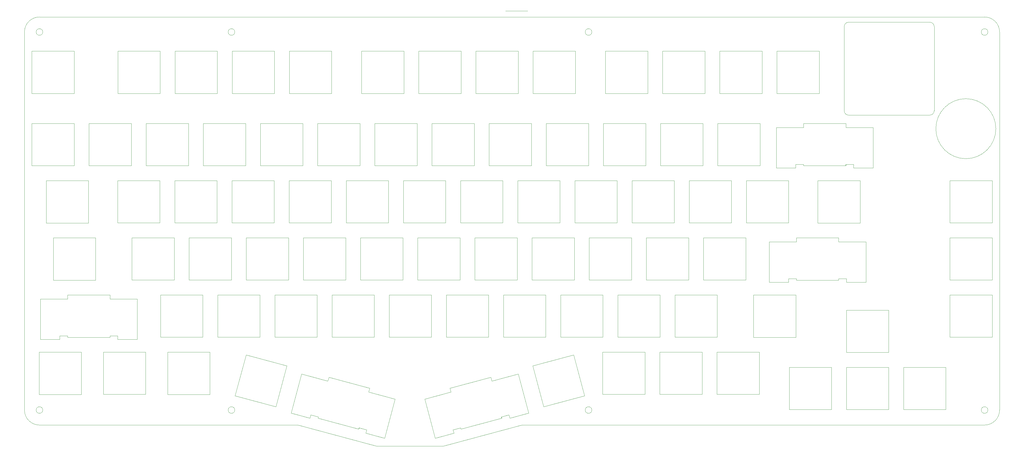
<source format=gbr>
%TF.GenerationSoftware,KiCad,Pcbnew,(6.0.1)*%
%TF.CreationDate,2022-02-07T12:24:36+01:00*%
%TF.ProjectId,top,746f702e-6b69-4636-9164-5f7063625858,rev?*%
%TF.SameCoordinates,Original*%
%TF.FileFunction,Profile,NP*%
%FSLAX46Y46*%
G04 Gerber Fmt 4.6, Leading zero omitted, Abs format (unit mm)*
G04 Created by KiCad (PCBNEW (6.0.1)) date 2022-02-07 12:24:36*
%MOMM*%
%LPD*%
G01*
G04 APERTURE LIST*
%TA.AperFunction,Profile*%
%ADD10C,0.050000*%
%TD*%
G04 APERTURE END LIST*
D10*
X376890000Y-76232000D02*
X61890000Y-76232000D01*
X56890000Y-207232000D02*
G75*
G03*
X61890000Y-212232000I5000000J0D01*
G01*
X376890000Y-212232000D02*
G75*
G03*
X381890000Y-207232000I0J5000000D01*
G01*
X381890000Y-81232000D02*
G75*
G03*
X376890000Y-76232000I-5000000J0D01*
G01*
X381890000Y-207232000D02*
X381890000Y-81232000D01*
X140210000Y-101708999D02*
X126110000Y-101708999D01*
X331600000Y-77952000D02*
X358600000Y-77952000D01*
X106985000Y-144858999D02*
X106985000Y-130758999D01*
X330860749Y-164636399D02*
X337338749Y-164636399D01*
X226409999Y-101708999D02*
X226409999Y-87608999D01*
X182997500Y-149809000D02*
X182997500Y-163909000D01*
X218668967Y-209919447D02*
X224926234Y-208242817D01*
X97459999Y-111708999D02*
X111559999Y-111708999D01*
X176902032Y-216592319D02*
X180385288Y-203588767D01*
X121085000Y-130758999D02*
X121085000Y-144858999D01*
X330100000Y-107452000D02*
X330100000Y-79452000D01*
X158349485Y-196270725D02*
X157994903Y-197594044D01*
X240147500Y-149809000D02*
X240147500Y-163909000D01*
X126990000Y-81232000D02*
G75*
G03*
X126990000Y-81232000I-1100000J0D01*
G01*
X73460000Y-87608999D02*
X73460000Y-101708999D01*
X61750000Y-187919000D02*
X75850000Y-187919000D01*
X333241999Y-126536399D02*
X333241999Y-125367999D01*
X325872500Y-192958999D02*
X325872500Y-207058999D01*
X307460999Y-113074399D02*
X316539999Y-113078999D01*
X159185000Y-130758999D02*
X159185000Y-144858999D01*
X118712499Y-187919000D02*
X118712499Y-202019000D01*
X164135000Y-130758999D02*
X178235000Y-130758999D01*
X66510000Y-163918999D02*
X66510000Y-149818999D01*
X216335000Y-144858999D02*
X202235000Y-144858999D01*
X328257499Y-163918999D02*
X314157499Y-163918999D01*
X297484999Y-130758999D02*
X311584999Y-130758999D01*
X230810000Y-125808999D02*
X230810000Y-111708999D01*
X154422500Y-182959000D02*
X140322500Y-182959000D01*
X307659999Y-101708999D02*
X307659999Y-87608999D01*
X149660000Y-111708999D02*
X149660000Y-125808999D01*
X268909999Y-125808999D02*
X268909999Y-111708999D01*
X380650000Y-113462000D02*
G75*
G03*
X380650000Y-113462000I-10000000J0D01*
G01*
X235385000Y-144858999D02*
X221285000Y-144858999D01*
X206810000Y-111708999D02*
X206810000Y-125808999D01*
X104612499Y-202019000D02*
X104612499Y-187919000D01*
X365319999Y-149809000D02*
X379419999Y-149809000D01*
X62990000Y-207232000D02*
G75*
G03*
X62990000Y-207232000I-1100000J0D01*
G01*
X268722499Y-168859000D02*
X268722499Y-182959000D01*
X78230000Y-144868999D02*
X64130000Y-144868999D01*
X216522500Y-168859000D02*
X230622500Y-168859000D01*
X292534999Y-144858999D02*
X278434999Y-144858999D01*
X83172500Y-187909000D02*
X97272500Y-187909000D01*
X80610000Y-163918999D02*
X66510000Y-163918999D01*
X254622499Y-168859000D02*
X268722499Y-168859000D01*
X249860000Y-111708999D02*
X263960000Y-111708999D01*
X192710000Y-125808999D02*
X192710000Y-111708999D01*
X259384999Y-144858999D02*
X259384999Y-130758999D01*
X102035000Y-144858999D02*
X87935000Y-144858999D01*
X358600000Y-108952000D02*
G75*
G03*
X360100000Y-107452000I-1J1500001D01*
G01*
X240335000Y-144858999D02*
X240335000Y-130758999D01*
X335404999Y-144868999D02*
X321304999Y-144868999D01*
X229944309Y-206145168D02*
X226294961Y-192525614D01*
X379419999Y-182959000D02*
X365319999Y-182959000D01*
X333241999Y-126536399D02*
X339719999Y-126536399D01*
X111559999Y-125808999D02*
X97459999Y-125808999D01*
X159372500Y-168859000D02*
X173472500Y-168859000D01*
X263672499Y-202009000D02*
X249572499Y-202009000D01*
X311584999Y-144858999D02*
X297484999Y-144858999D01*
X174178012Y-219232000D02*
X196489483Y-219232000D01*
X311556749Y-164636399D02*
X305078749Y-164636399D01*
X226409999Y-87608999D02*
X240509999Y-87608999D01*
X337338749Y-164636399D02*
X337337749Y-151174399D01*
X314157499Y-149818999D02*
X314157499Y-151174399D01*
X154610000Y-111708999D02*
X168710000Y-111708999D01*
X158349485Y-196270725D02*
X171969039Y-199920074D01*
X307459999Y-126536399D02*
X307460999Y-113074399D01*
X287772499Y-168859000D02*
X287772499Y-182959000D01*
X88010000Y-101708999D02*
X88010000Y-87608999D01*
X216522500Y-182959000D02*
X216522500Y-168859000D01*
X344922500Y-192958999D02*
X344922500Y-207058999D01*
X97272500Y-187909000D02*
X97272500Y-202009000D01*
X299872499Y-182969000D02*
X299872499Y-168869000D01*
X163947500Y-163909000D02*
X149847500Y-163909000D01*
X221460000Y-101708999D02*
X207360000Y-101708999D01*
X273672499Y-168859000D02*
X287772499Y-168859000D01*
X269559999Y-101708999D02*
X269559999Y-87608999D01*
X62192250Y-170224399D02*
X71270000Y-170224399D01*
X376890000Y-212232000D02*
X236799400Y-212232000D01*
X268622500Y-187909000D02*
X282722500Y-187909000D01*
X126110000Y-101708999D02*
X126110000Y-87608999D01*
X173472500Y-182959000D02*
X159372500Y-182959000D01*
X328257499Y-163467999D02*
X330860749Y-163467999D01*
X360100000Y-79452000D02*
G75*
G03*
X358600000Y-77952000I-1500001J-1D01*
G01*
X149847500Y-163909000D02*
X149847500Y-149809000D01*
X217200000Y-74222000D02*
X224566000Y-74222000D01*
X288609999Y-101708999D02*
X288609999Y-87608999D01*
X197472500Y-168859000D02*
X211572500Y-168859000D01*
X311584999Y-130758999D02*
X311584999Y-144858999D01*
X126990000Y-207232000D02*
G75*
G03*
X126990000Y-207232000I-1100000J0D01*
G01*
X250509999Y-87608999D02*
X264609999Y-87608999D01*
X102110000Y-101708999D02*
X88010000Y-101708999D01*
X140322500Y-182959000D02*
X140322500Y-168859000D01*
X330639999Y-125808999D02*
X316539999Y-125808999D01*
X328257499Y-149818999D02*
X328257499Y-151174399D01*
X379419999Y-149809000D02*
X379419999Y-163909000D01*
X263960000Y-111708999D02*
X263960000Y-125808999D01*
X254435000Y-130758999D02*
X254435000Y-144858999D01*
X145160000Y-87608999D02*
X159260000Y-87608999D01*
X311772500Y-192958999D02*
X325872500Y-192958999D01*
X230622500Y-168859000D02*
X230622500Y-182959000D01*
X235385000Y-130758999D02*
X235385000Y-144858999D01*
X159372500Y-182959000D02*
X159372500Y-168859000D01*
X330860749Y-164636399D02*
X330860749Y-163467999D01*
X116510000Y-125808999D02*
X116510000Y-111708999D01*
X73460000Y-111708999D02*
X73460000Y-125808999D01*
X225860000Y-111708999D02*
X225860000Y-125808999D01*
X316539999Y-111708999D02*
X316539999Y-113078999D01*
X87973250Y-183686399D02*
X87973250Y-182517999D01*
X216335000Y-130758999D02*
X216335000Y-144858999D01*
X263672499Y-187909000D02*
X263672499Y-202009000D01*
X145160000Y-101708999D02*
X145160000Y-87608999D01*
X301772500Y-187909000D02*
X301772500Y-202009000D01*
X169260000Y-87608999D02*
X183360000Y-87608999D01*
X314157499Y-149818999D02*
X328257499Y-149818999D01*
X126035000Y-130758999D02*
X140135000Y-130758999D01*
X140713531Y-206142580D02*
X127093977Y-202493231D01*
X68669250Y-182517999D02*
X68669250Y-183686399D01*
X106797500Y-163909000D02*
X92697500Y-163909000D01*
X221285000Y-144858999D02*
X221285000Y-130758999D01*
X202235000Y-144858999D02*
X202235000Y-130758999D01*
X331600000Y-77952000D02*
G75*
G03*
X330100000Y-79452000I1J-1500001D01*
G01*
X221097500Y-149809000D02*
X221097500Y-163909000D01*
X273672499Y-182959000D02*
X273672499Y-168859000D01*
X283009999Y-111708999D02*
X283009999Y-125808999D01*
X225860000Y-125808999D02*
X211760000Y-125808999D01*
X145085000Y-144858999D02*
X145085000Y-130758999D01*
X78409999Y-111708999D02*
X92509999Y-111708999D01*
X344922499Y-173908999D02*
X344922499Y-188008999D01*
X278247499Y-149809000D02*
X278247499Y-163909000D01*
X97459999Y-125808999D02*
X97459999Y-111708999D01*
X212318014Y-196270726D02*
X212672596Y-197594044D01*
X211760000Y-111708999D02*
X225860000Y-111708999D01*
X187760000Y-125808999D02*
X173660000Y-125808999D01*
X135560000Y-111708999D02*
X149660000Y-111708999D01*
X183360000Y-87608999D02*
X183360000Y-101708999D01*
X377990000Y-81232000D02*
G75*
G03*
X377990000Y-81232000I-1100000J0D01*
G01*
X292534999Y-130758999D02*
X292534999Y-144858999D01*
X325872500Y-207058999D02*
X311772500Y-207058999D01*
X125847500Y-149809000D02*
X125847500Y-163909000D01*
X311556749Y-163467999D02*
X311556749Y-164636399D01*
X107059999Y-87608999D02*
X121159999Y-87608999D01*
X199720330Y-213787102D02*
X200022734Y-214915690D01*
X187947500Y-163909000D02*
X187947500Y-149809000D01*
X66510000Y-149818999D02*
X80610000Y-149818999D01*
X85370000Y-182517999D02*
X85370000Y-182968999D01*
X249860000Y-125808999D02*
X249860000Y-111708999D01*
X200022734Y-214915690D02*
X193765467Y-216592320D01*
X273484999Y-130758999D02*
X273484999Y-144858999D01*
X121159999Y-101708999D02*
X107059999Y-101708999D01*
X170644765Y-214915690D02*
X176902032Y-216592319D01*
X197285000Y-144858999D02*
X183185000Y-144858999D01*
X102222500Y-182959000D02*
X102222500Y-168859000D01*
X78409999Y-125808999D02*
X78409999Y-111708999D01*
X379419999Y-130758999D02*
X379419999Y-144858999D01*
X154814017Y-209465272D02*
X152300937Y-208790859D01*
X170644765Y-214915690D02*
X170947169Y-213787102D01*
X283197499Y-149809000D02*
X297297499Y-149809000D01*
X330100000Y-107452000D02*
G75*
G03*
X331600000Y-108952000I1500001J1D01*
G01*
X305078749Y-164636399D02*
X305079749Y-151174399D01*
X330574999Y-125748999D02*
X330574999Y-125367999D01*
X363972499Y-207058999D02*
X349872499Y-207058999D01*
X211572500Y-182959000D02*
X197472500Y-182959000D01*
X102110000Y-87608999D02*
X102110000Y-101708999D01*
X197285000Y-130758999D02*
X197285000Y-144858999D01*
X130610000Y-111708999D02*
X130610000Y-125808999D01*
X196489483Y-219232000D02*
X222613839Y-212232000D01*
X56890000Y-81232000D02*
X56890000Y-207232000D01*
X299872499Y-168869000D02*
X313972499Y-168869000D01*
X87973250Y-183686399D02*
X94451250Y-183686399D01*
X240509999Y-87608999D02*
X240509999Y-101708999D01*
X311772500Y-207058999D02*
X311772500Y-192958999D01*
X71270000Y-168868999D02*
X85370000Y-168868999D01*
X314157499Y-163467999D02*
X311556749Y-163467999D01*
X102222500Y-168859000D02*
X116322500Y-168859000D01*
X125847500Y-163909000D02*
X111747500Y-163909000D01*
X71270000Y-168868999D02*
X71270000Y-170224399D01*
X235572500Y-168859000D02*
X249672500Y-168859000D01*
X263960000Y-125808999D02*
X249860000Y-125808999D01*
X230810000Y-111708999D02*
X244910000Y-111708999D01*
X335404999Y-130768999D02*
X335404999Y-144868999D01*
X173660000Y-125808999D02*
X173660000Y-111708999D01*
X149226453Y-195239782D02*
X157994903Y-197594044D01*
X215889048Y-209849148D02*
X215790438Y-209481130D01*
X80610000Y-149818999D02*
X80610000Y-163918999D01*
X168433571Y-213114621D02*
X168319690Y-213539628D01*
X316539999Y-125368999D02*
X313937999Y-125367999D01*
X130797500Y-149809000D02*
X144897500Y-149809000D01*
X135372500Y-168859000D02*
X135372500Y-182959000D01*
X259384999Y-130758999D02*
X273484999Y-130758999D01*
X145741265Y-208242817D02*
X149226453Y-195239782D01*
X197472500Y-182959000D02*
X197472500Y-168859000D01*
X169260000Y-101708999D02*
X169260000Y-87608999D01*
X116322500Y-182959000D02*
X102222500Y-182959000D01*
X287672500Y-202009000D02*
X287672500Y-187909000D01*
X365319999Y-163909000D02*
X365319999Y-149809000D01*
X301772500Y-202009000D02*
X287672500Y-202009000D01*
X244910000Y-125808999D02*
X230810000Y-125808999D01*
X116322500Y-168859000D02*
X116322500Y-182959000D01*
X164135000Y-144858999D02*
X164135000Y-130758999D01*
X287959999Y-125808999D02*
X287959999Y-111708999D01*
X61890000Y-212232000D02*
X148053656Y-212232000D01*
X249672500Y-182959000D02*
X235572500Y-182959000D01*
X288609999Y-87608999D02*
X302709999Y-87608999D01*
X94451250Y-183686399D02*
X94450250Y-170224399D01*
X140210000Y-87608999D02*
X140210000Y-101708999D01*
X159260000Y-101708999D02*
X145160000Y-101708999D01*
X92509999Y-111708999D02*
X92509999Y-125808999D01*
X192710000Y-111708999D02*
X206810000Y-111708999D01*
X226047500Y-163909000D02*
X226047500Y-149809000D01*
X360100000Y-79452000D02*
X360100000Y-107452000D01*
X273484999Y-144858999D02*
X259384999Y-144858999D01*
X240509999Y-101708999D02*
X226409999Y-101708999D01*
X154814017Y-209465272D02*
X154700136Y-209890279D01*
X379419999Y-144858999D02*
X365319999Y-144858999D01*
X297484999Y-144858999D02*
X297484999Y-130758999D01*
X64130000Y-144868999D02*
X64130000Y-130768999D01*
X106797500Y-149809000D02*
X106797500Y-163909000D01*
X268909999Y-111708999D02*
X283009999Y-111708999D01*
X218668967Y-209919447D02*
X218366562Y-208790859D01*
X365319999Y-144858999D02*
X365319999Y-130758999D01*
X240147500Y-163909000D02*
X226047500Y-163909000D01*
X83172500Y-202009000D02*
X83172500Y-187909000D01*
X226294961Y-192525614D02*
X239914515Y-188876265D01*
X163947500Y-149809000D02*
X163947500Y-163909000D01*
X202410000Y-87608999D02*
X202410000Y-101708999D01*
X144897500Y-149809000D02*
X144897500Y-163909000D01*
X168897500Y-149809000D02*
X182997500Y-149809000D01*
X87935000Y-144858999D02*
X87935000Y-130758999D01*
X118712499Y-202019000D02*
X104612499Y-202019000D01*
X62990000Y-81232000D02*
G75*
G03*
X62990000Y-81232000I-1100000J0D01*
G01*
X365319999Y-182959000D02*
X365319999Y-168859000D01*
X245990000Y-81232000D02*
G75*
G03*
X245990000Y-81232000I-1100000J0D01*
G01*
X68669250Y-183686399D02*
X62191250Y-183686399D01*
X168710000Y-111708999D02*
X168710000Y-125808999D01*
X168897500Y-163909000D02*
X168897500Y-149809000D01*
X183360000Y-101708999D02*
X169260000Y-101708999D01*
X144362880Y-192523025D02*
X140713531Y-206142580D01*
X135560000Y-125808999D02*
X135560000Y-111708999D01*
X305079749Y-151174399D02*
X314157499Y-151174399D01*
X230622500Y-182959000D02*
X216522500Y-182959000D01*
X313972499Y-168869000D02*
X313972499Y-182969000D01*
X365319999Y-168859000D02*
X379419999Y-168859000D01*
X264609999Y-87608999D02*
X264609999Y-101708999D01*
X154610000Y-125808999D02*
X154610000Y-111708999D01*
X126035000Y-144858999D02*
X126035000Y-130758999D01*
X282722500Y-187909000D02*
X282722500Y-202009000D01*
X321759999Y-101708999D02*
X307659999Y-101708999D01*
X297297499Y-163909000D02*
X283197499Y-163909000D01*
X180385288Y-203588767D02*
X171614457Y-201243392D01*
X85370000Y-182517999D02*
X87973250Y-182517999D01*
X321304999Y-144868999D02*
X321304999Y-130768999D01*
X145085000Y-130758999D02*
X159185000Y-130758999D01*
X283009999Y-125808999D02*
X268909999Y-125808999D01*
X206810000Y-125808999D02*
X192710000Y-125808999D01*
X190282211Y-203588767D02*
X199053042Y-201243393D01*
X235572500Y-182959000D02*
X235572500Y-168859000D01*
X264147499Y-163909000D02*
X264147499Y-149809000D01*
X182997500Y-163909000D02*
X168897500Y-163909000D01*
X244910000Y-111708999D02*
X244910000Y-125808999D01*
X168710000Y-125808999D02*
X154610000Y-125808999D01*
X339718999Y-113074399D02*
X330639999Y-113078999D01*
X71270000Y-182517999D02*
X68669250Y-182517999D01*
X337337749Y-151174399D02*
X328257499Y-151174399D01*
X302709999Y-87608999D02*
X302709999Y-101708999D01*
X168433571Y-213114621D02*
X170947169Y-213787102D01*
X87935000Y-130758999D02*
X102035000Y-130758999D01*
X278247499Y-163909000D02*
X264147499Y-163909000D01*
X226047500Y-149809000D02*
X240147500Y-149809000D01*
X126110000Y-87608999D02*
X140210000Y-87608999D01*
X149847500Y-149809000D02*
X163947500Y-149809000D01*
X102035000Y-130758999D02*
X102035000Y-144858999D01*
X302059999Y-111708999D02*
X302059999Y-125808999D01*
X344922499Y-188008999D02*
X330822499Y-188008999D01*
X135372500Y-182959000D02*
X121272500Y-182959000D01*
X314157499Y-163467999D02*
X314157499Y-163918999D01*
X178422500Y-168859000D02*
X192522500Y-168859000D01*
X339719999Y-126536399D02*
X339718999Y-113074399D01*
X349872499Y-207058999D02*
X349872499Y-192958999D01*
X202047500Y-149809000D02*
X202047500Y-163909000D01*
X202233928Y-213114621D02*
X202347808Y-213539628D01*
X207360000Y-87608999D02*
X221460000Y-87608999D01*
X140135000Y-130758999D02*
X140135000Y-144858999D01*
X78230000Y-130768999D02*
X78230000Y-144868999D01*
X140135000Y-144858999D02*
X126035000Y-144858999D01*
X127093977Y-202493231D02*
X130743326Y-188873677D01*
X144897500Y-163909000D02*
X130797500Y-163909000D01*
X171969039Y-199920074D02*
X171614457Y-201243392D01*
X173472500Y-168859000D02*
X173472500Y-182959000D01*
X92697500Y-163909000D02*
X92697500Y-149809000D01*
X97272500Y-202009000D02*
X83172500Y-202009000D01*
X202233928Y-213114621D02*
X199720330Y-213787102D01*
X349872499Y-192958999D02*
X363972499Y-192958999D01*
X178422500Y-182959000D02*
X178422500Y-168859000D01*
X149660000Y-125808999D02*
X135560000Y-125808999D01*
X313937999Y-125367999D02*
X313937999Y-126536399D01*
X328257499Y-163467999D02*
X328257499Y-163918999D01*
X148053656Y-212232000D02*
X174178012Y-219232000D01*
X264609999Y-101708999D02*
X250509999Y-101708999D01*
X121159999Y-87608999D02*
X121159999Y-101708999D01*
X92697500Y-149809000D02*
X106797500Y-149809000D01*
X254622499Y-182959000D02*
X254622499Y-168859000D01*
X130743326Y-188873677D02*
X144362880Y-192523025D01*
X330822499Y-173908999D02*
X344922499Y-173908999D01*
X188310000Y-101708999D02*
X188310000Y-87608999D01*
X193765467Y-216592320D02*
X190282211Y-203588767D01*
X104612499Y-187919000D02*
X118712499Y-187919000D01*
X121272500Y-182959000D02*
X121272500Y-168859000D01*
X61890000Y-76232000D02*
G75*
G03*
X56889999Y-81232001I-1J-5000000D01*
G01*
X283659999Y-87608999D02*
X283659999Y-101708999D01*
X363972499Y-192958999D02*
X363972499Y-207058999D01*
X240335000Y-130758999D02*
X254435000Y-130758999D01*
X224926234Y-208242817D02*
X221441046Y-195239783D01*
X111747500Y-163909000D02*
X111747500Y-149809000D01*
X73460000Y-101708999D02*
X59360000Y-101708999D01*
X192522500Y-168859000D02*
X192522500Y-182959000D01*
X250509999Y-101708999D02*
X250509999Y-87608999D01*
X187947500Y-149809000D02*
X202047500Y-149809000D01*
X330639999Y-125368999D02*
X330639999Y-125808999D01*
X130797500Y-163909000D02*
X130797500Y-149809000D01*
X178235000Y-144858999D02*
X164135000Y-144858999D01*
X316539999Y-111708999D02*
X330639999Y-111708999D01*
X198698460Y-199920074D02*
X199053042Y-201243393D01*
X116510000Y-111708999D02*
X130610000Y-111708999D01*
X379419999Y-163909000D02*
X365319999Y-163909000D01*
X85370000Y-168868999D02*
X85370000Y-170224399D01*
X268622500Y-202009000D02*
X268622500Y-187909000D01*
X215967363Y-209890280D02*
X202347808Y-213539628D01*
X245097500Y-163909000D02*
X245097500Y-149809000D01*
X75850000Y-187919000D02*
X75850000Y-202019000D01*
X307659999Y-87608999D02*
X321759999Y-87608999D01*
X221097500Y-163909000D02*
X206997500Y-163909000D01*
X287672500Y-187909000D02*
X301772500Y-187909000D01*
X221441046Y-195239783D02*
X212672596Y-197594044D01*
X365319999Y-130758999D02*
X379419999Y-130758999D01*
X62191250Y-183686399D02*
X62192250Y-170224399D01*
X121085000Y-144858999D02*
X106985000Y-144858999D01*
X202047500Y-163909000D02*
X187947500Y-163909000D01*
X239914515Y-188876265D02*
X243563864Y-202495819D01*
X198698460Y-199920074D02*
X212318014Y-196270726D01*
X221285000Y-130758999D02*
X235385000Y-130758999D01*
X152300937Y-208790859D02*
X151998532Y-209919447D01*
X121272500Y-168859000D02*
X135372500Y-168859000D01*
X59360000Y-101708999D02*
X59360000Y-87608999D01*
X183185000Y-144858999D02*
X183185000Y-130758999D01*
X321759999Y-87608999D02*
X321759999Y-101708999D01*
X168272434Y-213464849D02*
X168371045Y-213096831D01*
X278434999Y-144858999D02*
X278434999Y-130758999D01*
X159185000Y-144858999D02*
X145085000Y-144858999D01*
X215853482Y-209465273D02*
X218366562Y-208790859D01*
X202235000Y-130758999D02*
X216335000Y-130758999D01*
X59360000Y-125808999D02*
X59360000Y-111708999D01*
X187760000Y-111708999D02*
X187760000Y-125808999D01*
X245097500Y-149809000D02*
X259197500Y-149809000D01*
X154422500Y-168859000D02*
X154422500Y-182959000D01*
X330822500Y-207058999D02*
X330822500Y-192958999D01*
X111559999Y-111708999D02*
X111559999Y-125808999D01*
X106985000Y-130758999D02*
X121085000Y-130758999D01*
X302059999Y-125808999D02*
X287959999Y-125808999D01*
X264147499Y-149809000D02*
X278247499Y-149809000D01*
X330822499Y-188008999D02*
X330822499Y-173908999D01*
X71270000Y-182517999D02*
X71270000Y-182968999D01*
X282722500Y-202009000D02*
X268622500Y-202009000D01*
X111747500Y-149809000D02*
X125847500Y-149809000D01*
X259197500Y-149809000D02*
X259197500Y-163909000D01*
X358600000Y-108952000D02*
X331600000Y-108952000D01*
X73460000Y-125808999D02*
X59360000Y-125808999D01*
X287959999Y-111708999D02*
X302059999Y-111708999D01*
X88010000Y-87608999D02*
X102110000Y-87608999D01*
X379419999Y-168859000D02*
X379419999Y-182959000D01*
X211572500Y-168859000D02*
X211572500Y-182959000D01*
X206997500Y-149809000D02*
X221097500Y-149809000D01*
X259197500Y-163909000D02*
X245097500Y-163909000D01*
X278434999Y-130758999D02*
X292534999Y-130758999D01*
X330822500Y-192958999D02*
X344922500Y-192958999D01*
X221460000Y-87608999D02*
X221460000Y-101708999D01*
X159260000Y-87608999D02*
X159260000Y-101708999D01*
X269559999Y-87608999D02*
X283659999Y-87608999D01*
X249672500Y-168859000D02*
X249672500Y-182959000D01*
X316539999Y-125368999D02*
X316539999Y-125808999D01*
X75850000Y-202019000D02*
X61750000Y-202019000D01*
X206997500Y-163909000D02*
X206997500Y-149809000D01*
X297297499Y-149809000D02*
X297297499Y-163909000D01*
X302709999Y-101708999D02*
X288609999Y-101708999D01*
X59360000Y-111708999D02*
X73460000Y-111708999D01*
X140322500Y-168859000D02*
X154422500Y-168859000D01*
X313937999Y-126536399D02*
X307459999Y-126536399D01*
X254435000Y-144858999D02*
X240335000Y-144858999D01*
X236799400Y-212232000D02*
X222613839Y-212232000D01*
X85370000Y-182968999D02*
X71270000Y-182968999D01*
X313972499Y-182969000D02*
X299872499Y-182969000D01*
X211760000Y-125808999D02*
X211760000Y-111708999D01*
X249572499Y-202009000D02*
X249572499Y-187909000D01*
X151998532Y-209919447D02*
X145741265Y-208242817D01*
X330639999Y-111708999D02*
X330639999Y-113078999D01*
X59360000Y-87608999D02*
X73460000Y-87608999D01*
X249572499Y-187909000D02*
X263672499Y-187909000D01*
X130610000Y-125808999D02*
X116510000Y-125808999D01*
X92509999Y-125808999D02*
X78409999Y-125808999D01*
X243563864Y-202495819D02*
X229944309Y-206145168D01*
X192522500Y-182959000D02*
X178422500Y-182959000D01*
X268722499Y-182959000D02*
X254622499Y-182959000D01*
X344922500Y-207058999D02*
X330822500Y-207058999D01*
X94450250Y-170224399D02*
X85370000Y-170224399D01*
X188310000Y-87608999D02*
X202410000Y-87608999D01*
X61750000Y-202019000D02*
X61750000Y-187919000D01*
X283197499Y-163909000D02*
X283197499Y-149809000D01*
X64130000Y-130768999D02*
X78230000Y-130768999D01*
X207360000Y-101708999D02*
X207360000Y-87608999D01*
X168319690Y-213539628D02*
X154700136Y-209890279D01*
X202410000Y-101708999D02*
X188310000Y-101708999D01*
X215853482Y-209465273D02*
X215967363Y-209890280D01*
X283659999Y-101708999D02*
X269559999Y-101708999D01*
X287772499Y-182959000D02*
X273672499Y-182959000D01*
X321304999Y-130768999D02*
X335404999Y-130768999D01*
X107059999Y-101708999D02*
X107059999Y-87608999D01*
X330639999Y-125368999D02*
X333241999Y-125367999D01*
X173660000Y-111708999D02*
X187760000Y-111708999D01*
X183185000Y-130758999D02*
X197285000Y-130758999D01*
X178235000Y-130758999D02*
X178235000Y-144858999D01*
X377990000Y-207232000D02*
G75*
G03*
X377990000Y-207232000I-1100000J0D01*
G01*
X245990000Y-207232000D02*
G75*
G03*
X245990000Y-207232000I-1100000J0D01*
G01*
M02*

</source>
